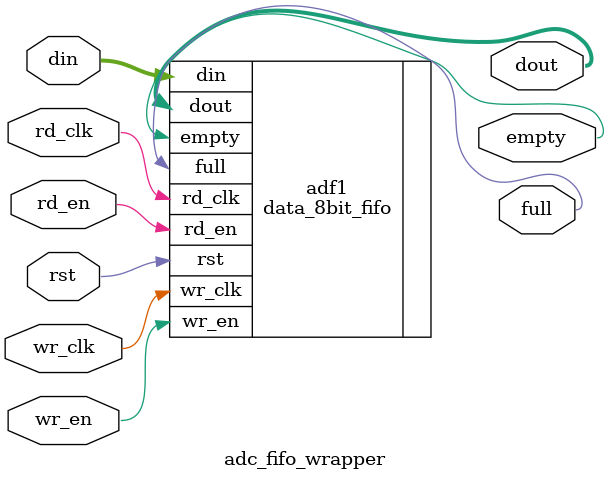
<source format=v>
`timescale 1ns / 1ps
module adc_fifo_wrapper(
input rst, wr_clk, rd_clk, wr_en, rd_en,
input [7:0] din,
output full, empty,
output [31:0] dout
);


data_8bit_fifo adf1 (
  .rst(rst), // input rst
  .wr_clk(wr_clk), // input wr_clk
  .rd_clk(rd_clk), // input rd_clk
  .din(din), // input [15 : 0] din
  .wr_en(wr_en), // input wr_en
  .rd_en(rd_en), // input rd_en
  .dout(dout), // output [31 : 0] dout
  .full(full), // output full
  .empty(empty) // output empty
);

endmodule 
</source>
